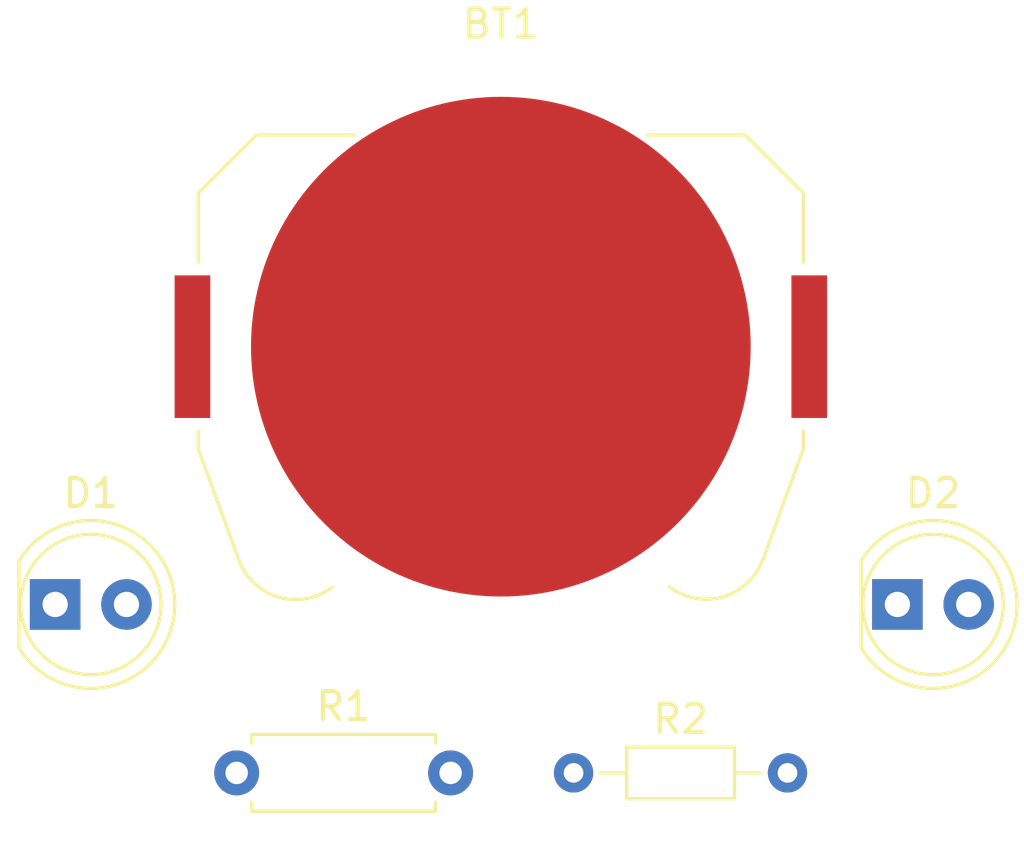
<source format=kicad_pcb>
(kicad_pcb (version 20241229) (generator "pcbnew") (generator_version "9.0")
  (layers (0 "F.Cu" signal) (2 "B.Cu" signal) (13 "F.Paste" user) (15 "B.Paste" user) (5 "F.SilkS" user "F.Silkscreen") (7 "B.SilkS" user "B.Silkscreen") (1 "F.Mask" user) (3 "B.Mask" user) (25 "Edge.Cuts" user))
  (net 0 "")
  (net 1 "Net-(BT1-+)")
  (net 2 "Net-(BT1--)")
  (net 3 "Net-(D1-K)")
  (net 4 "Net-(D2-K)")
  (footprint "Resistor_THT:R_Axial_DIN0204_L3.6mm_D1.6mm_P7.62mm_Horizontal" (layer "F.Cu") (at 142.69 111.5)
    (property "Reference" "R2" (at 3.81 -1.92 0) (layer "F.SilkS"))
    (property "Value" "R")
    (fp_line (start 0.94 0) (end 1.89 0) (stroke (width 0.12)) (layer "F.SilkS"))
    (fp_line (start 6.68 0) (end 5.73 0) (stroke (width 0.12)) (layer "F.SilkS"))
    (fp_rect (start 1.89 -0.92) (end 5.73 0.92) (stroke (width 0.12)) (fill no) (layer "F.SilkS"))
    (pad "1" thru_hole circle (at 0 0) (size 1.4 1.4) (drill 0.7) (layers "*.Cu" "*.Mask") (net 3 "Net-(D1-K)"))
    (pad "2" thru_hole circle (at 7.62 0) (size 1.4 1.4) (drill 0.7) (layers "*.Cu" "*.Mask") (net 2 "Net-(BT1--)"))
  )
  (footprint "Resistor_THT:R_Axial_DIN0207_L6.3mm_D2.5mm_P7.62mm_Horizontal" (layer "F.Cu") (at 130.69 111.5)
    (property "Reference" "R1" (at 3.81 -2.37 0) (layer "F.SilkS"))
    (property "Value" "R")
    (fp_line (start 0.54 -1.37) (end 7.08 -1.37) (stroke (width 0.12)) (layer "F.SilkS"))
    (fp_line (start 0.54 -1.04) (end 0.54 -1.37) (stroke (width 0.12)) (layer "F.SilkS"))
    (fp_line (start 0.54 1.04) (end 0.54 1.37) (stroke (width 0.12)) (layer "F.SilkS"))
    (fp_line (start 0.54 1.37) (end 7.08 1.37) (stroke (width 0.12)) (layer "F.SilkS"))
    (fp_line (start 7.08 -1.37) (end 7.08 -1.04) (stroke (width 0.12)) (layer "F.SilkS"))
    (fp_line (start 7.08 1.37) (end 7.08 1.04) (stroke (width 0.12)) (layer "F.SilkS"))
    (pad "1" thru_hole circle (at 0 0) (size 1.6 1.6) (drill 0.8) (layers "*.Cu" "*.Mask") (net 4 "Net-(D2-K)"))
    (pad "2" thru_hole circle (at 7.62 0) (size 1.6 1.6) (drill 0.8) (layers "*.Cu" "*.Mask") (net 2 "Net-(BT1--)"))
  )
  (footprint "LED_THT:LED_D5.0mm" (layer "F.Cu") (at 124.225 105.5)
    (property "Reference" "D1" (at 1.27 -3.96 0) (layer "F.SilkS"))
    (property "Value" "LED")
    (fp_line (start -1.29 -1.545) (end -1.29 1.545) (stroke (width 0.12)) (layer "F.SilkS"))
    (fp_arc (start -1.29 -1.54483) (mid 2.071779 -2.880495) (end 4.26 0) (stroke (width 0.12)) (layer "F.SilkS"))
    (fp_arc (start 4.26 0) (mid 2.071779 2.880495) (end -1.29 1.54483) (stroke (width 0.12)) (layer "F.SilkS"))
    (fp_circle (center 1.27 0) (end 3.77 0) (stroke (width 0.12)) (fill no) (layer "F.SilkS"))
    (pad "1" thru_hole rect (at 0 0) (size 1.8 1.8) (drill 0.9) (layers "*.Cu" "*.Mask") (net 3 "Net-(D1-K)"))
    (pad "2" thru_hole circle (at 2.54 0) (size 1.8 1.8) (drill 0.9) (layers "*.Cu" "*.Mask") (net 1 "Net-(BT1-+)"))
  )
  (footprint "LED_THT:LED_D5.0mm" (layer "F.Cu") (at 154.225 105.5)
    (property "Reference" "D2" (at 1.27 -3.96 0) (layer "F.SilkS"))
    (property "Value" "LED")
    (fp_line (start -1.29 -1.545) (end -1.29 1.545) (stroke (width 0.12)) (layer "F.SilkS"))
    (fp_arc (start -1.29 -1.54483) (mid 2.071779 -2.880495) (end 4.26 0) (stroke (width 0.12)) (layer "F.SilkS"))
    (fp_arc (start 4.26 0) (mid 2.071779 2.880495) (end -1.29 1.54483) (stroke (width 0.12)) (layer "F.SilkS"))
    (fp_circle (center 1.27 0) (end 3.77 0) (stroke (width 0.12)) (fill no) (layer "F.SilkS"))
    (pad "1" thru_hole rect (at 0 0) (size 1.8 1.8) (drill 0.9) (layers "*.Cu" "*.Mask") (net 4 "Net-(D2-K)"))
    (pad "2" thru_hole circle (at 2.54 0) (size 1.8 1.8) (drill 0.9) (layers "*.Cu" "*.Mask") (net 1 "Net-(BT1-+)"))
  )
  (footprint "Battery:BatteryHolder_Keystone_3034_1x20mm" (layer "F.Cu") (at 140.1 96.318075)
    (property "Reference" "BT1" (at 0 -11.5 0) (layer "F.SilkS"))
    (property "Value" "Battery_Cell")
    (fp_line (start -10.78 -5.46) (end -10.78 -3) (stroke (width 0.12)) (layer "F.SilkS"))
    (fp_line (start -10.78 3) (end -10.78 3.63) (stroke (width 0.12)) (layer "F.SilkS"))
    (fp_line (start -10.78 3.63) (end -9.34 7.58) (stroke (width 0.12)) (layer "F.SilkS"))
    (fp_line (start -8.7 -7.54) (end -10.78 -5.46) (stroke (width 0.12)) (layer "F.SilkS"))
    (fp_line (start -5.2 -7.54) (end -8.7 -7.54) (stroke (width 0.12)) (layer "F.SilkS"))
    (fp_line (start 8.7 -7.54) (end 5.2 -7.54) (stroke (width 0.12)) (layer "F.SilkS"))
    (fp_line (start 8.7 -7.54) (end 10.78 -5.46) (stroke (width 0.12)) (layer "F.SilkS"))
    (fp_line (start 10.78 -5.46) (end 10.78 -3) (stroke (width 0.12)) (layer "F.SilkS"))
    (fp_line (start 10.78 3) (end 10.78 3.63) (stroke (width 0.12)) (layer "F.SilkS"))
    (fp_line (start 10.78 3.63) (end 9.34 7.58) (stroke (width 0.12)) (layer "F.SilkS"))
    (fp_arc (start -6.003354 8.56653) (mid -7.921654 8.918738) (end -9.34 7.58) (stroke (width 0.12)) (layer "F.SilkS"))
    (fp_arc (start 9.325243 7.588169) (mid 7.90634 8.911668) (end 6 8.55) (stroke (width 0.12)) (layer "F.SilkS"))
    (pad "1" smd rect (at -10.985 0) (size 1.27 5.08) (layers "F.Cu" "F.Mask" "F.Paste") (net 1 "Net-(BT1-+)"))
    (pad "1" smd rect (at 10.985 0) (size 1.27 5.08) (layers "F.Cu" "F.Mask" "F.Paste") (net 1 "Net-(BT1-+)"))
    (pad "2" smd circle (at 0 0) (size 17.8 17.8) (layers "F.Cu" "F.Mask") (net 2 "Net-(BT1--)"))
  )
)
</source>
